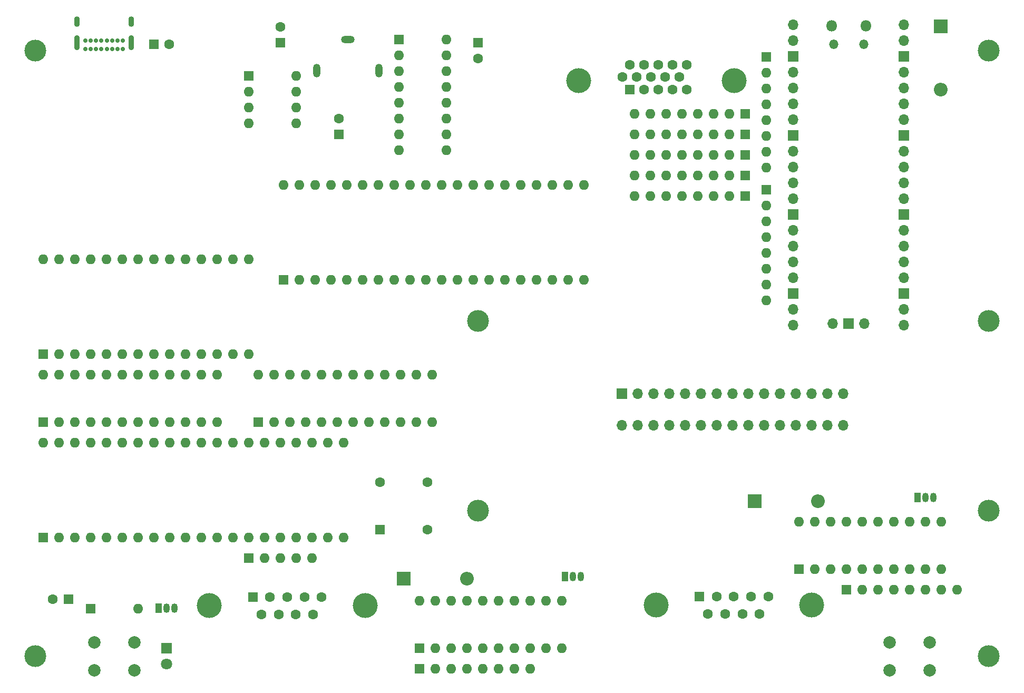
<source format=gbr>
%TF.GenerationSoftware,KiCad,Pcbnew,7.0.2-0*%
%TF.CreationDate,2024-12-21T14:04:37-08:00*%
%TF.ProjectId,CoPicoVision,436f5069-636f-4566-9973-696f6e2e6b69,2.0*%
%TF.SameCoordinates,Original*%
%TF.FileFunction,Soldermask,Bot*%
%TF.FilePolarity,Negative*%
%FSLAX46Y46*%
G04 Gerber Fmt 4.6, Leading zero omitted, Abs format (unit mm)*
G04 Created by KiCad (PCBNEW 7.0.2-0) date 2024-12-21 14:04:37*
%MOMM*%
%LPD*%
G01*
G04 APERTURE LIST*
%ADD10R,2.200000X2.200000*%
%ADD11O,2.200000X2.200000*%
%ADD12O,1.800000X1.800000*%
%ADD13O,1.500000X1.500000*%
%ADD14O,1.700000X1.700000*%
%ADD15R,1.700000X1.700000*%
%ADD16R,1.050000X1.500000*%
%ADD17O,1.050000X1.500000*%
%ADD18C,2.000000*%
%ADD19R,1.600000X1.600000*%
%ADD20O,1.600000X1.600000*%
%ADD21C,1.600000*%
%ADD22C,3.500000*%
%ADD23O,1.200000X2.200000*%
%ADD24O,2.200000X1.200000*%
%ADD25C,0.700000*%
%ADD26O,0.900000X2.400000*%
%ADD27O,0.900000X1.700000*%
%ADD28C,4.000000*%
%ADD29R,1.800000X1.800000*%
%ADD30C,1.800000*%
G04 APERTURE END LIST*
D10*
%TO.C,D401*%
X106680000Y-129032000D03*
D11*
X116840000Y-129032000D03*
%TD*%
D12*
%TO.C,U301*%
X175456000Y-40150000D03*
D13*
X175756000Y-43180000D03*
X180606000Y-43180000D03*
D12*
X180906000Y-40150000D03*
D14*
X169291000Y-40020000D03*
X169291000Y-42560000D03*
D15*
X169291000Y-45100000D03*
D14*
X169291000Y-47640000D03*
X169291000Y-50180000D03*
X169291000Y-52720000D03*
X169291000Y-55260000D03*
D15*
X169291000Y-57800000D03*
D14*
X169291000Y-60340000D03*
X169291000Y-62880000D03*
X169291000Y-65420000D03*
X169291000Y-67960000D03*
D15*
X169291000Y-70500000D03*
D14*
X169291000Y-73040000D03*
X169291000Y-75580000D03*
X169291000Y-78120000D03*
X169291000Y-80660000D03*
D15*
X169291000Y-83200000D03*
D14*
X169291000Y-85740000D03*
X169291000Y-88280000D03*
X187071000Y-88280000D03*
X187071000Y-85740000D03*
D15*
X187071000Y-83200000D03*
D14*
X187071000Y-80660000D03*
X187071000Y-78120000D03*
X187071000Y-75580000D03*
X187071000Y-73040000D03*
D15*
X187071000Y-70500000D03*
D14*
X187071000Y-67960000D03*
X187071000Y-65420000D03*
X187071000Y-62880000D03*
X187071000Y-60340000D03*
D15*
X187071000Y-57800000D03*
D14*
X187071000Y-55260000D03*
X187071000Y-52720000D03*
X187071000Y-50180000D03*
X187071000Y-47640000D03*
D15*
X187071000Y-45100000D03*
D14*
X187071000Y-42560000D03*
X187071000Y-40020000D03*
X175641000Y-88050000D03*
D15*
X178181000Y-88050000D03*
D14*
X180721000Y-88050000D03*
%TD*%
D16*
%TO.C,Q402*%
X189230000Y-115930000D03*
D17*
X190500000Y-115930000D03*
X191770000Y-115930000D03*
%TD*%
D18*
%TO.C,SW102*%
X56948000Y-139228000D03*
X63448000Y-139228000D03*
X56948000Y-143728000D03*
X63448000Y-143728000D03*
%TD*%
D19*
%TO.C,D101*%
X56388000Y-133858000D03*
D20*
X64008000Y-133858000D03*
%TD*%
D19*
%TO.C,RN101*%
X81788000Y-125730000D03*
D20*
X84328000Y-125730000D03*
X86868000Y-125730000D03*
X89408000Y-125730000D03*
X91948000Y-125730000D03*
%TD*%
D19*
%TO.C,C503*%
X96266000Y-57618000D03*
D21*
X96266000Y-55118000D03*
%TD*%
D19*
%TO.C,U401*%
X109220000Y-140208000D03*
D20*
X111760000Y-140208000D03*
X114300000Y-140208000D03*
X116840000Y-140208000D03*
X119380000Y-140208000D03*
X121920000Y-140208000D03*
X124460000Y-140208000D03*
X127000000Y-140208000D03*
X129540000Y-140208000D03*
X132080000Y-140208000D03*
X132080000Y-132588000D03*
X129540000Y-132588000D03*
X127000000Y-132588000D03*
X124460000Y-132588000D03*
X121920000Y-132588000D03*
X119380000Y-132588000D03*
X116840000Y-132588000D03*
X114300000Y-132588000D03*
X111760000Y-132588000D03*
X109220000Y-132588000D03*
%TD*%
D19*
%TO.C,RN306*%
X161556000Y-60960000D03*
D20*
X159016000Y-60960000D03*
X156476000Y-60960000D03*
X153936000Y-60960000D03*
X151396000Y-60960000D03*
X148856000Y-60960000D03*
X146316000Y-60960000D03*
X143776000Y-60960000D03*
%TD*%
D22*
%TO.C,H108*%
X200660000Y-118110000D03*
%TD*%
D19*
%TO.C,RN401*%
X109220000Y-143510000D03*
D20*
X111760000Y-143510000D03*
X114300000Y-143510000D03*
X116840000Y-143510000D03*
X119380000Y-143510000D03*
X121920000Y-143510000D03*
X124460000Y-143510000D03*
X127000000Y-143510000D03*
%TD*%
D19*
%TO.C,RN301*%
X161556000Y-57658000D03*
D20*
X159016000Y-57658000D03*
X156476000Y-57658000D03*
X153936000Y-57658000D03*
X151396000Y-57658000D03*
X148856000Y-57658000D03*
X146316000Y-57658000D03*
X143776000Y-57658000D03*
%TD*%
D15*
%TO.C,J102*%
X141732000Y-99330000D03*
D14*
X141732000Y-104410000D03*
X144272000Y-99330000D03*
X144272000Y-104410000D03*
X146812000Y-99330000D03*
X146812000Y-104410000D03*
X149352000Y-99330000D03*
X149352000Y-104410000D03*
X151892000Y-99330000D03*
X151892000Y-104410000D03*
X154432000Y-99330000D03*
X154432000Y-104410000D03*
X156972000Y-99330000D03*
X156972000Y-104410000D03*
X159512000Y-99330000D03*
X159512000Y-104410000D03*
X162052000Y-99330000D03*
X162052000Y-104410000D03*
X164592000Y-99330000D03*
X164592000Y-104410000D03*
X167132000Y-99330000D03*
X167132000Y-104410000D03*
X169672000Y-99330000D03*
X169672000Y-104410000D03*
X172212000Y-99330000D03*
X172212000Y-104410000D03*
X174752000Y-99330000D03*
X174752000Y-104410000D03*
X177292000Y-99330000D03*
X177292000Y-104410000D03*
%TD*%
D23*
%TO.C,J501*%
X102710000Y-47352600D03*
D24*
X97710000Y-42352600D03*
D23*
X92710000Y-47352600D03*
%TD*%
D22*
%TO.C,H104*%
X200660000Y-141478000D03*
%TD*%
D25*
%TO.C,J101*%
X61527500Y-43903000D03*
X60677500Y-43903000D03*
X59827500Y-43903000D03*
X58977500Y-43903000D03*
X58127500Y-43903000D03*
X57277500Y-43903000D03*
X56427500Y-43903000D03*
X55577500Y-43903000D03*
X55577500Y-42553000D03*
X56427500Y-42553000D03*
X57277500Y-42553000D03*
X58127500Y-42553000D03*
X58977500Y-42553000D03*
X59827500Y-42553000D03*
X60677500Y-42553000D03*
X61527500Y-42553000D03*
D26*
X62877500Y-42923000D03*
D27*
X62877500Y-39543000D03*
D26*
X54227500Y-42923000D03*
D27*
X54227500Y-39543000D03*
%TD*%
D19*
%TO.C,RN402*%
X177800000Y-130810000D03*
D20*
X180340000Y-130810000D03*
X182880000Y-130810000D03*
X185420000Y-130810000D03*
X187960000Y-130810000D03*
X190500000Y-130810000D03*
X193040000Y-130810000D03*
X195580000Y-130810000D03*
%TD*%
D19*
%TO.C,U501*%
X105918000Y-42378000D03*
D20*
X105918000Y-44918000D03*
X105918000Y-47458000D03*
X105918000Y-49998000D03*
X105918000Y-52538000D03*
X105918000Y-55078000D03*
X105918000Y-57618000D03*
X105918000Y-60158000D03*
X113538000Y-60158000D03*
X113538000Y-57618000D03*
X113538000Y-55078000D03*
X113538000Y-52538000D03*
X113538000Y-49998000D03*
X113538000Y-47458000D03*
X113538000Y-44918000D03*
X113538000Y-42378000D03*
%TD*%
D28*
%TO.C,J301*%
X159803600Y-48999000D03*
X134803600Y-48999000D03*
D19*
X142988600Y-50419000D03*
D21*
X145278600Y-50419000D03*
X147568600Y-50419000D03*
X149858600Y-50419000D03*
X152148600Y-50419000D03*
X141843600Y-48439000D03*
X144133600Y-48439000D03*
X146423600Y-48439000D03*
X148713600Y-48439000D03*
X151003600Y-48439000D03*
X142988600Y-46459000D03*
X145278600Y-46459000D03*
X147568600Y-46459000D03*
X149858600Y-46459000D03*
X152148600Y-46459000D03*
%TD*%
D16*
%TO.C,U102*%
X67310000Y-133710000D03*
D17*
X68580000Y-133710000D03*
X69850000Y-133710000D03*
%TD*%
D10*
%TO.C,D301*%
X192925000Y-40259000D03*
D11*
X192925000Y-50419000D03*
%TD*%
D19*
%TO.C,C504*%
X86868000Y-42886000D03*
D21*
X86868000Y-40386000D03*
%TD*%
D19*
%TO.C,U202*%
X83312000Y-103886000D03*
D20*
X85852000Y-103886000D03*
X88392000Y-103886000D03*
X90932000Y-103886000D03*
X93472000Y-103886000D03*
X96012000Y-103886000D03*
X98552000Y-103886000D03*
X101092000Y-103886000D03*
X103632000Y-103886000D03*
X106172000Y-103886000D03*
X108712000Y-103886000D03*
X111252000Y-103886000D03*
X111252000Y-96266000D03*
X108712000Y-96266000D03*
X106172000Y-96266000D03*
X103632000Y-96266000D03*
X101092000Y-96266000D03*
X98552000Y-96266000D03*
X96012000Y-96266000D03*
X93472000Y-96266000D03*
X90932000Y-96266000D03*
X88392000Y-96266000D03*
X85852000Y-96266000D03*
X83312000Y-96266000D03*
%TD*%
D16*
%TO.C,Q401*%
X132588000Y-128630000D03*
D17*
X133858000Y-128630000D03*
X135128000Y-128630000D03*
%TD*%
D22*
%TO.C,H103*%
X200660000Y-44196000D03*
%TD*%
D19*
%TO.C,U101*%
X48768000Y-122428000D03*
D20*
X51308000Y-122428000D03*
X53848000Y-122428000D03*
X56388000Y-122428000D03*
X58928000Y-122428000D03*
X61468000Y-122428000D03*
X64008000Y-122428000D03*
X66548000Y-122428000D03*
X69088000Y-122428000D03*
X71628000Y-122428000D03*
X74168000Y-122428000D03*
X76708000Y-122428000D03*
X79248000Y-122428000D03*
X81788000Y-122428000D03*
X84328000Y-122428000D03*
X86868000Y-122428000D03*
X89408000Y-122428000D03*
X91948000Y-122428000D03*
X94488000Y-122428000D03*
X97028000Y-122428000D03*
X97028000Y-107188000D03*
X94488000Y-107188000D03*
X91948000Y-107188000D03*
X89408000Y-107188000D03*
X86868000Y-107188000D03*
X84328000Y-107188000D03*
X81788000Y-107188000D03*
X79248000Y-107188000D03*
X76708000Y-107188000D03*
X74168000Y-107188000D03*
X71628000Y-107188000D03*
X69088000Y-107188000D03*
X66548000Y-107188000D03*
X64008000Y-107188000D03*
X61468000Y-107188000D03*
X58928000Y-107188000D03*
X56388000Y-107188000D03*
X53848000Y-107188000D03*
X51308000Y-107188000D03*
X48768000Y-107188000D03*
%TD*%
D19*
%TO.C,C502*%
X118618000Y-42926000D03*
D21*
X118618000Y-45426000D03*
%TD*%
D10*
%TO.C,D402*%
X163068000Y-116586000D03*
D11*
X173228000Y-116586000D03*
%TD*%
D22*
%TO.C,H101*%
X47498000Y-44196000D03*
%TD*%
D19*
%TO.C,U201*%
X48768000Y-103886000D03*
D20*
X51308000Y-103886000D03*
X53848000Y-103886000D03*
X56388000Y-103886000D03*
X58928000Y-103886000D03*
X61468000Y-103886000D03*
X64008000Y-103886000D03*
X66548000Y-103886000D03*
X69088000Y-103886000D03*
X71628000Y-103886000D03*
X74168000Y-103886000D03*
X76708000Y-103886000D03*
X76708000Y-96266000D03*
X74168000Y-96266000D03*
X71628000Y-96266000D03*
X69088000Y-96266000D03*
X66548000Y-96266000D03*
X64008000Y-96266000D03*
X61468000Y-96266000D03*
X58928000Y-96266000D03*
X56388000Y-96266000D03*
X53848000Y-96266000D03*
X51308000Y-96266000D03*
X48768000Y-96266000D03*
%TD*%
D28*
%TO.C,J401*%
X75475000Y-133350000D03*
X100475000Y-133350000D03*
D19*
X82435000Y-131930000D03*
D21*
X85205000Y-131930000D03*
X87975000Y-131930000D03*
X90745000Y-131930000D03*
X93515000Y-131930000D03*
X83820000Y-134770000D03*
X86590000Y-134770000D03*
X89360000Y-134770000D03*
X92130000Y-134770000D03*
%TD*%
D19*
%TO.C,U402*%
X170180000Y-127508000D03*
D20*
X172720000Y-127508000D03*
X175260000Y-127508000D03*
X177800000Y-127508000D03*
X180340000Y-127508000D03*
X182880000Y-127508000D03*
X185420000Y-127508000D03*
X187960000Y-127508000D03*
X190500000Y-127508000D03*
X193040000Y-127508000D03*
X193040000Y-119888000D03*
X190500000Y-119888000D03*
X187960000Y-119888000D03*
X185420000Y-119888000D03*
X182880000Y-119888000D03*
X180340000Y-119888000D03*
X177800000Y-119888000D03*
X175260000Y-119888000D03*
X172720000Y-119888000D03*
X170180000Y-119888000D03*
%TD*%
D18*
%TO.C,SW101*%
X184710000Y-139228000D03*
X191210000Y-139228000D03*
X184710000Y-143728000D03*
X191210000Y-143728000D03*
%TD*%
D19*
%TO.C,RN305*%
X161556000Y-54330600D03*
D20*
X159016000Y-54330600D03*
X156476000Y-54330600D03*
X153936000Y-54330600D03*
X151396000Y-54330600D03*
X148856000Y-54330600D03*
X146316000Y-54330600D03*
X143776000Y-54330600D03*
%TD*%
D19*
%TO.C,U503*%
X87376000Y-81026000D03*
D20*
X89916000Y-81026000D03*
X92456000Y-81026000D03*
X94996000Y-81026000D03*
X97536000Y-81026000D03*
X100076000Y-81026000D03*
X102616000Y-81026000D03*
X105156000Y-81026000D03*
X107696000Y-81026000D03*
X110236000Y-81026000D03*
X112776000Y-81026000D03*
X115316000Y-81026000D03*
X117856000Y-81026000D03*
X120396000Y-81026000D03*
X122936000Y-81026000D03*
X125476000Y-81026000D03*
X128016000Y-81026000D03*
X130556000Y-81026000D03*
X133096000Y-81026000D03*
X135636000Y-81026000D03*
X135636000Y-65786000D03*
X133096000Y-65786000D03*
X130556000Y-65786000D03*
X128016000Y-65786000D03*
X125476000Y-65786000D03*
X122936000Y-65786000D03*
X120396000Y-65786000D03*
X117856000Y-65786000D03*
X115316000Y-65786000D03*
X112776000Y-65786000D03*
X110236000Y-65786000D03*
X107696000Y-65786000D03*
X105156000Y-65786000D03*
X102616000Y-65786000D03*
X100076000Y-65786000D03*
X97536000Y-65786000D03*
X94996000Y-65786000D03*
X92456000Y-65786000D03*
X89916000Y-65786000D03*
X87376000Y-65786000D03*
%TD*%
D19*
%TO.C,RN307*%
X161556000Y-67564000D03*
D20*
X159016000Y-67564000D03*
X156476000Y-67564000D03*
X153936000Y-67564000D03*
X151396000Y-67564000D03*
X148856000Y-67564000D03*
X146316000Y-67564000D03*
X143776000Y-67564000D03*
%TD*%
D19*
%TO.C,RN302*%
X164934200Y-45212000D03*
D20*
X164934200Y-47752000D03*
X164934200Y-50292000D03*
X164934200Y-52832000D03*
X164934200Y-55372000D03*
X164934200Y-57912000D03*
X164934200Y-60452000D03*
X164934200Y-62992000D03*
%TD*%
D22*
%TO.C,H102*%
X47498000Y-141478000D03*
%TD*%
D19*
%TO.C,U502*%
X81788000Y-48260000D03*
D20*
X81788000Y-50800000D03*
X81788000Y-53340000D03*
X81788000Y-55880000D03*
X89408000Y-55880000D03*
X89408000Y-53340000D03*
X89408000Y-50800000D03*
X89408000Y-48260000D03*
%TD*%
D19*
%TO.C,C105*%
X66514121Y-43180000D03*
D21*
X69014121Y-43180000D03*
%TD*%
D22*
%TO.C,H106*%
X118618000Y-118110000D03*
%TD*%
%TO.C,H107*%
X200660000Y-87630000D03*
%TD*%
D28*
%TO.C,J402*%
X147212000Y-133281669D03*
X172212000Y-133281669D03*
D19*
X154172000Y-131861669D03*
D21*
X156942000Y-131861669D03*
X159712000Y-131861669D03*
X162482000Y-131861669D03*
X165252000Y-131861669D03*
X155557000Y-134701669D03*
X158327000Y-134701669D03*
X161097000Y-134701669D03*
X163867000Y-134701669D03*
%TD*%
D19*
%TO.C,U203*%
X48768000Y-92964000D03*
D20*
X51308000Y-92964000D03*
X53848000Y-92964000D03*
X56388000Y-92964000D03*
X58928000Y-92964000D03*
X61468000Y-92964000D03*
X64008000Y-92964000D03*
X66548000Y-92964000D03*
X69088000Y-92964000D03*
X71628000Y-92964000D03*
X74168000Y-92964000D03*
X76708000Y-92964000D03*
X79248000Y-92964000D03*
X81788000Y-92964000D03*
X81788000Y-77724000D03*
X79248000Y-77724000D03*
X76708000Y-77724000D03*
X74168000Y-77724000D03*
X71628000Y-77724000D03*
X69088000Y-77724000D03*
X66548000Y-77724000D03*
X64008000Y-77724000D03*
X61468000Y-77724000D03*
X58928000Y-77724000D03*
X56388000Y-77724000D03*
X53848000Y-77724000D03*
X51308000Y-77724000D03*
X48768000Y-77724000D03*
%TD*%
D19*
%TO.C,RN304*%
X161556000Y-64262000D03*
D20*
X159016000Y-64262000D03*
X156476000Y-64262000D03*
X153936000Y-64262000D03*
X151396000Y-64262000D03*
X148856000Y-64262000D03*
X146316000Y-64262000D03*
X143776000Y-64262000D03*
%TD*%
D29*
%TO.C,D103*%
X68580000Y-140203000D03*
D30*
X68580000Y-142743000D03*
%TD*%
D19*
%TO.C,RN303*%
X164908800Y-66548000D03*
D20*
X164908800Y-69088000D03*
X164908800Y-71628000D03*
X164908800Y-74168000D03*
X164908800Y-76708000D03*
X164908800Y-79248000D03*
X164908800Y-81788000D03*
X164908800Y-84328000D03*
%TD*%
D19*
%TO.C,C102*%
X52832000Y-132334000D03*
D21*
X50332000Y-132334000D03*
%TD*%
D22*
%TO.C,H105*%
X118618000Y-87630000D03*
%TD*%
D19*
%TO.C,X101*%
X102870000Y-121158000D03*
D21*
X110490000Y-121158000D03*
X110490000Y-113538000D03*
X102870000Y-113538000D03*
%TD*%
M02*

</source>
